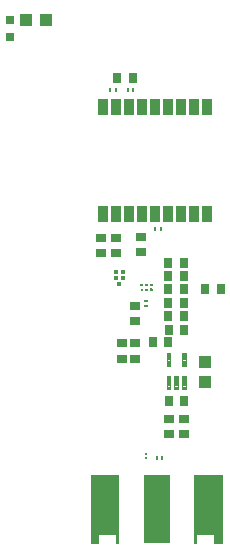
<source format=gbr>
G04 EAGLE Gerber RS-274X export*
G75*
%MOMM*%
%FSLAX34Y34*%
%LPD*%
%INSolderpaste Top*%
%IPPOS*%
%AMOC8*
5,1,8,0,0,1.08239X$1,22.5*%
G01*
%ADD10R,0.800000X0.800000*%
%ADD11R,1.000000X1.100000*%
%ADD12R,0.850000X1.450000*%
%ADD13R,0.230000X0.220000*%
%ADD14R,0.900000X0.700000*%
%ADD15R,0.290000X0.300000*%
%ADD16R,0.300000X0.290000*%
%ADD17C,0.125000*%
%ADD18C,0.250000*%
%ADD19R,0.700000X0.900000*%
%ADD20R,0.375000X0.300000*%
%ADD21C,0.100000*%
%ADD22R,0.250000X0.350000*%
%ADD23R,1.100000X1.000000*%
%ADD24R,2.290000X5.840000*%

G36*
X-47371Y-443598D02*
X-47371Y-443598D01*
X-47371Y-443597D01*
X-47371Y-436502D01*
X-32781Y-436502D01*
X-32781Y-443597D01*
X-32777Y-443602D01*
X-32776Y-443602D01*
X-30226Y-443602D01*
X-30221Y-443598D01*
X-30221Y-443597D01*
X-30221Y-385197D01*
X-30225Y-385192D01*
X-30226Y-385192D01*
X-54376Y-385192D01*
X-54381Y-385196D01*
X-54381Y-385197D01*
X-54381Y-443597D01*
X-54377Y-443602D01*
X-54376Y-443602D01*
X-47376Y-443602D01*
X-47371Y-443598D01*
G37*
G36*
X35829Y-443598D02*
X35829Y-443598D01*
X35829Y-443597D01*
X35829Y-436502D01*
X50419Y-436502D01*
X50419Y-443597D01*
X50423Y-443602D01*
X50424Y-443602D01*
X57424Y-443602D01*
X57429Y-443598D01*
X57429Y-443597D01*
X57429Y-385197D01*
X57425Y-385192D01*
X57424Y-385192D01*
X33274Y-385192D01*
X33269Y-385196D01*
X33269Y-385197D01*
X33269Y-443597D01*
X33273Y-443602D01*
X33274Y-443602D01*
X35824Y-443602D01*
X35829Y-443598D01*
G37*
D10*
X-122492Y116D03*
X-122492Y-14884D03*
D11*
X-109099Y202D03*
X-92099Y202D03*
D12*
X44127Y-74126D03*
X33127Y-74126D03*
X22127Y-74126D03*
X11127Y-74126D03*
X127Y-74126D03*
X-10873Y-74126D03*
X-21873Y-74126D03*
X-32873Y-74126D03*
X-43873Y-74126D03*
X-43873Y-164126D03*
X-32873Y-164126D03*
X-21873Y-164126D03*
X-10873Y-164126D03*
X127Y-164126D03*
X11127Y-164126D03*
X22127Y-164126D03*
X33127Y-164126D03*
X44127Y-164126D03*
D13*
X-7239Y-367212D03*
X-7239Y-370912D03*
D14*
X24511Y-338051D03*
X24511Y-351051D03*
D15*
X5903Y-370713D03*
X1463Y-370713D03*
D14*
X-17018Y-287043D03*
X-17018Y-274043D03*
X-17145Y-242420D03*
X-17145Y-255420D03*
D16*
X-7366Y-242504D03*
X-7366Y-238064D03*
D17*
X-3991Y-224187D02*
X-3989Y-224137D01*
X-3983Y-224088D01*
X-3973Y-224039D01*
X-3960Y-223992D01*
X-3942Y-223945D01*
X-3921Y-223900D01*
X-3897Y-223857D01*
X-3869Y-223816D01*
X-3838Y-223777D01*
X-3804Y-223741D01*
X-3767Y-223707D01*
X-3727Y-223677D01*
X-3686Y-223650D01*
X-3642Y-223626D01*
X-3597Y-223606D01*
X-3550Y-223590D01*
X-3502Y-223577D01*
X-3453Y-223568D01*
X-3403Y-223563D01*
X-3354Y-223562D01*
X-3304Y-223565D01*
X-3255Y-223572D01*
X-3206Y-223583D01*
X-3159Y-223597D01*
X-3113Y-223616D01*
X-3068Y-223638D01*
X-3025Y-223663D01*
X-2985Y-223692D01*
X-2947Y-223724D01*
X-2911Y-223758D01*
X-2878Y-223796D01*
X-2849Y-223836D01*
X-2823Y-223878D01*
X-2800Y-223922D01*
X-2781Y-223968D01*
X-2765Y-224015D01*
X-2753Y-224064D01*
X-2745Y-224113D01*
X-2741Y-224162D01*
X-2741Y-224212D01*
X-2745Y-224261D01*
X-2753Y-224310D01*
X-2765Y-224359D01*
X-2781Y-224406D01*
X-2800Y-224452D01*
X-2823Y-224496D01*
X-2849Y-224538D01*
X-2878Y-224578D01*
X-2911Y-224616D01*
X-2947Y-224650D01*
X-2985Y-224682D01*
X-3025Y-224711D01*
X-3068Y-224736D01*
X-3113Y-224758D01*
X-3159Y-224777D01*
X-3206Y-224791D01*
X-3255Y-224802D01*
X-3304Y-224809D01*
X-3354Y-224812D01*
X-3403Y-224811D01*
X-3453Y-224806D01*
X-3502Y-224797D01*
X-3550Y-224784D01*
X-3597Y-224768D01*
X-3642Y-224748D01*
X-3686Y-224724D01*
X-3727Y-224697D01*
X-3767Y-224667D01*
X-3804Y-224633D01*
X-3838Y-224597D01*
X-3869Y-224558D01*
X-3897Y-224517D01*
X-3921Y-224474D01*
X-3942Y-224429D01*
X-3960Y-224382D01*
X-3973Y-224335D01*
X-3983Y-224286D01*
X-3989Y-224237D01*
X-3991Y-224187D01*
X-7991Y-224187D02*
X-7989Y-224137D01*
X-7983Y-224088D01*
X-7973Y-224039D01*
X-7960Y-223992D01*
X-7942Y-223945D01*
X-7921Y-223900D01*
X-7897Y-223857D01*
X-7869Y-223816D01*
X-7838Y-223777D01*
X-7804Y-223741D01*
X-7767Y-223707D01*
X-7727Y-223677D01*
X-7686Y-223650D01*
X-7642Y-223626D01*
X-7597Y-223606D01*
X-7550Y-223590D01*
X-7502Y-223577D01*
X-7453Y-223568D01*
X-7403Y-223563D01*
X-7354Y-223562D01*
X-7304Y-223565D01*
X-7255Y-223572D01*
X-7206Y-223583D01*
X-7159Y-223597D01*
X-7113Y-223616D01*
X-7068Y-223638D01*
X-7025Y-223663D01*
X-6985Y-223692D01*
X-6947Y-223724D01*
X-6911Y-223758D01*
X-6878Y-223796D01*
X-6849Y-223836D01*
X-6823Y-223878D01*
X-6800Y-223922D01*
X-6781Y-223968D01*
X-6765Y-224015D01*
X-6753Y-224064D01*
X-6745Y-224113D01*
X-6741Y-224162D01*
X-6741Y-224212D01*
X-6745Y-224261D01*
X-6753Y-224310D01*
X-6765Y-224359D01*
X-6781Y-224406D01*
X-6800Y-224452D01*
X-6823Y-224496D01*
X-6849Y-224538D01*
X-6878Y-224578D01*
X-6911Y-224616D01*
X-6947Y-224650D01*
X-6985Y-224682D01*
X-7025Y-224711D01*
X-7068Y-224736D01*
X-7113Y-224758D01*
X-7159Y-224777D01*
X-7206Y-224791D01*
X-7255Y-224802D01*
X-7304Y-224809D01*
X-7354Y-224812D01*
X-7403Y-224811D01*
X-7453Y-224806D01*
X-7502Y-224797D01*
X-7550Y-224784D01*
X-7597Y-224768D01*
X-7642Y-224748D01*
X-7686Y-224724D01*
X-7727Y-224697D01*
X-7767Y-224667D01*
X-7804Y-224633D01*
X-7838Y-224597D01*
X-7869Y-224558D01*
X-7897Y-224517D01*
X-7921Y-224474D01*
X-7942Y-224429D01*
X-7960Y-224382D01*
X-7973Y-224335D01*
X-7983Y-224286D01*
X-7989Y-224237D01*
X-7991Y-224187D01*
X-7991Y-228187D02*
X-7989Y-228137D01*
X-7983Y-228088D01*
X-7973Y-228039D01*
X-7960Y-227992D01*
X-7942Y-227945D01*
X-7921Y-227900D01*
X-7897Y-227857D01*
X-7869Y-227816D01*
X-7838Y-227777D01*
X-7804Y-227741D01*
X-7767Y-227707D01*
X-7727Y-227677D01*
X-7686Y-227650D01*
X-7642Y-227626D01*
X-7597Y-227606D01*
X-7550Y-227590D01*
X-7502Y-227577D01*
X-7453Y-227568D01*
X-7403Y-227563D01*
X-7354Y-227562D01*
X-7304Y-227565D01*
X-7255Y-227572D01*
X-7206Y-227583D01*
X-7159Y-227597D01*
X-7113Y-227616D01*
X-7068Y-227638D01*
X-7025Y-227663D01*
X-6985Y-227692D01*
X-6947Y-227724D01*
X-6911Y-227758D01*
X-6878Y-227796D01*
X-6849Y-227836D01*
X-6823Y-227878D01*
X-6800Y-227922D01*
X-6781Y-227968D01*
X-6765Y-228015D01*
X-6753Y-228064D01*
X-6745Y-228113D01*
X-6741Y-228162D01*
X-6741Y-228212D01*
X-6745Y-228261D01*
X-6753Y-228310D01*
X-6765Y-228359D01*
X-6781Y-228406D01*
X-6800Y-228452D01*
X-6823Y-228496D01*
X-6849Y-228538D01*
X-6878Y-228578D01*
X-6911Y-228616D01*
X-6947Y-228650D01*
X-6985Y-228682D01*
X-7025Y-228711D01*
X-7068Y-228736D01*
X-7113Y-228758D01*
X-7159Y-228777D01*
X-7206Y-228791D01*
X-7255Y-228802D01*
X-7304Y-228809D01*
X-7354Y-228812D01*
X-7403Y-228811D01*
X-7453Y-228806D01*
X-7502Y-228797D01*
X-7550Y-228784D01*
X-7597Y-228768D01*
X-7642Y-228748D01*
X-7686Y-228724D01*
X-7727Y-228697D01*
X-7767Y-228667D01*
X-7804Y-228633D01*
X-7838Y-228597D01*
X-7869Y-228558D01*
X-7897Y-228517D01*
X-7921Y-228474D01*
X-7942Y-228429D01*
X-7960Y-228382D01*
X-7973Y-228335D01*
X-7983Y-228286D01*
X-7989Y-228237D01*
X-7991Y-228187D01*
D18*
X-11366Y-224187D03*
X-3366Y-228187D03*
X-3366Y-228187D03*
X-11366Y-224187D03*
D17*
X-11991Y-224187D02*
X-11989Y-224137D01*
X-11983Y-224088D01*
X-11973Y-224039D01*
X-11960Y-223992D01*
X-11942Y-223945D01*
X-11921Y-223900D01*
X-11897Y-223857D01*
X-11869Y-223816D01*
X-11838Y-223777D01*
X-11804Y-223741D01*
X-11767Y-223707D01*
X-11727Y-223677D01*
X-11686Y-223650D01*
X-11642Y-223626D01*
X-11597Y-223606D01*
X-11550Y-223590D01*
X-11502Y-223577D01*
X-11453Y-223568D01*
X-11403Y-223563D01*
X-11354Y-223562D01*
X-11304Y-223565D01*
X-11255Y-223572D01*
X-11206Y-223583D01*
X-11159Y-223597D01*
X-11113Y-223616D01*
X-11068Y-223638D01*
X-11025Y-223663D01*
X-10985Y-223692D01*
X-10947Y-223724D01*
X-10911Y-223758D01*
X-10878Y-223796D01*
X-10849Y-223836D01*
X-10823Y-223878D01*
X-10800Y-223922D01*
X-10781Y-223968D01*
X-10765Y-224015D01*
X-10753Y-224064D01*
X-10745Y-224113D01*
X-10741Y-224162D01*
X-10741Y-224212D01*
X-10745Y-224261D01*
X-10753Y-224310D01*
X-10765Y-224359D01*
X-10781Y-224406D01*
X-10800Y-224452D01*
X-10823Y-224496D01*
X-10849Y-224538D01*
X-10878Y-224578D01*
X-10911Y-224616D01*
X-10947Y-224650D01*
X-10985Y-224682D01*
X-11025Y-224711D01*
X-11068Y-224736D01*
X-11113Y-224758D01*
X-11159Y-224777D01*
X-11206Y-224791D01*
X-11255Y-224802D01*
X-11304Y-224809D01*
X-11354Y-224812D01*
X-11403Y-224811D01*
X-11453Y-224806D01*
X-11502Y-224797D01*
X-11550Y-224784D01*
X-11597Y-224768D01*
X-11642Y-224748D01*
X-11686Y-224724D01*
X-11727Y-224697D01*
X-11767Y-224667D01*
X-11804Y-224633D01*
X-11838Y-224597D01*
X-11869Y-224558D01*
X-11897Y-224517D01*
X-11921Y-224474D01*
X-11942Y-224429D01*
X-11960Y-224382D01*
X-11973Y-224335D01*
X-11983Y-224286D01*
X-11989Y-224237D01*
X-11991Y-224187D01*
D18*
X-3366Y-228187D03*
D17*
X-3991Y-228187D02*
X-3989Y-228137D01*
X-3983Y-228088D01*
X-3973Y-228039D01*
X-3960Y-227992D01*
X-3942Y-227945D01*
X-3921Y-227900D01*
X-3897Y-227857D01*
X-3869Y-227816D01*
X-3838Y-227777D01*
X-3804Y-227741D01*
X-3767Y-227707D01*
X-3727Y-227677D01*
X-3686Y-227650D01*
X-3642Y-227626D01*
X-3597Y-227606D01*
X-3550Y-227590D01*
X-3502Y-227577D01*
X-3453Y-227568D01*
X-3403Y-227563D01*
X-3354Y-227562D01*
X-3304Y-227565D01*
X-3255Y-227572D01*
X-3206Y-227583D01*
X-3159Y-227597D01*
X-3113Y-227616D01*
X-3068Y-227638D01*
X-3025Y-227663D01*
X-2985Y-227692D01*
X-2947Y-227724D01*
X-2911Y-227758D01*
X-2878Y-227796D01*
X-2849Y-227836D01*
X-2823Y-227878D01*
X-2800Y-227922D01*
X-2781Y-227968D01*
X-2765Y-228015D01*
X-2753Y-228064D01*
X-2745Y-228113D01*
X-2741Y-228162D01*
X-2741Y-228212D01*
X-2745Y-228261D01*
X-2753Y-228310D01*
X-2765Y-228359D01*
X-2781Y-228406D01*
X-2800Y-228452D01*
X-2823Y-228496D01*
X-2849Y-228538D01*
X-2878Y-228578D01*
X-2911Y-228616D01*
X-2947Y-228650D01*
X-2985Y-228682D01*
X-3025Y-228711D01*
X-3068Y-228736D01*
X-3113Y-228758D01*
X-3159Y-228777D01*
X-3206Y-228791D01*
X-3255Y-228802D01*
X-3304Y-228809D01*
X-3354Y-228812D01*
X-3403Y-228811D01*
X-3453Y-228806D01*
X-3502Y-228797D01*
X-3550Y-228784D01*
X-3597Y-228768D01*
X-3642Y-228748D01*
X-3686Y-228724D01*
X-3727Y-228697D01*
X-3767Y-228667D01*
X-3804Y-228633D01*
X-3838Y-228597D01*
X-3869Y-228558D01*
X-3897Y-228517D01*
X-3921Y-228474D01*
X-3942Y-228429D01*
X-3960Y-228382D01*
X-3973Y-228335D01*
X-3983Y-228286D01*
X-3989Y-228237D01*
X-3991Y-228187D01*
X-11991Y-228187D02*
X-11989Y-228137D01*
X-11983Y-228088D01*
X-11973Y-228039D01*
X-11960Y-227992D01*
X-11942Y-227945D01*
X-11921Y-227900D01*
X-11897Y-227857D01*
X-11869Y-227816D01*
X-11838Y-227777D01*
X-11804Y-227741D01*
X-11767Y-227707D01*
X-11727Y-227677D01*
X-11686Y-227650D01*
X-11642Y-227626D01*
X-11597Y-227606D01*
X-11550Y-227590D01*
X-11502Y-227577D01*
X-11453Y-227568D01*
X-11403Y-227563D01*
X-11354Y-227562D01*
X-11304Y-227565D01*
X-11255Y-227572D01*
X-11206Y-227583D01*
X-11159Y-227597D01*
X-11113Y-227616D01*
X-11068Y-227638D01*
X-11025Y-227663D01*
X-10985Y-227692D01*
X-10947Y-227724D01*
X-10911Y-227758D01*
X-10878Y-227796D01*
X-10849Y-227836D01*
X-10823Y-227878D01*
X-10800Y-227922D01*
X-10781Y-227968D01*
X-10765Y-228015D01*
X-10753Y-228064D01*
X-10745Y-228113D01*
X-10741Y-228162D01*
X-10741Y-228212D01*
X-10745Y-228261D01*
X-10753Y-228310D01*
X-10765Y-228359D01*
X-10781Y-228406D01*
X-10800Y-228452D01*
X-10823Y-228496D01*
X-10849Y-228538D01*
X-10878Y-228578D01*
X-10911Y-228616D01*
X-10947Y-228650D01*
X-10985Y-228682D01*
X-11025Y-228711D01*
X-11068Y-228736D01*
X-11113Y-228758D01*
X-11159Y-228777D01*
X-11206Y-228791D01*
X-11255Y-228802D01*
X-11304Y-228809D01*
X-11354Y-228812D01*
X-11403Y-228811D01*
X-11453Y-228806D01*
X-11502Y-228797D01*
X-11550Y-228784D01*
X-11597Y-228768D01*
X-11642Y-228748D01*
X-11686Y-228724D01*
X-11727Y-228697D01*
X-11767Y-228667D01*
X-11804Y-228633D01*
X-11838Y-228597D01*
X-11869Y-228558D01*
X-11897Y-228517D01*
X-11921Y-228474D01*
X-11942Y-228429D01*
X-11960Y-228382D01*
X-11973Y-228335D01*
X-11983Y-228286D01*
X-11989Y-228237D01*
X-11991Y-228187D01*
D19*
X11407Y-227965D03*
X24407Y-227965D03*
D14*
X-11430Y-183746D03*
X-11430Y-196746D03*
D20*
X-29972Y-223948D03*
X-27097Y-218948D03*
X-32847Y-218948D03*
X-27097Y-213948D03*
X-32847Y-213948D03*
D14*
X-32893Y-197381D03*
X-32893Y-184381D03*
X-45593Y-197381D03*
X-45593Y-184381D03*
D19*
X11407Y-239649D03*
X24407Y-239649D03*
X11407Y-205740D03*
X24407Y-205740D03*
X11407Y-216662D03*
X24407Y-216662D03*
D21*
X13034Y-301584D02*
X13034Y-312484D01*
X10034Y-312484D01*
X10034Y-301584D01*
X13034Y-301584D01*
X13034Y-311534D02*
X10034Y-311534D01*
X10034Y-310584D02*
X13034Y-310584D01*
X13034Y-309634D02*
X10034Y-309634D01*
X10034Y-308684D02*
X13034Y-308684D01*
X13034Y-307734D02*
X10034Y-307734D01*
X10034Y-306784D02*
X13034Y-306784D01*
X13034Y-305834D02*
X10034Y-305834D01*
X10034Y-304884D02*
X13034Y-304884D01*
X13034Y-303934D02*
X10034Y-303934D01*
X10034Y-302984D02*
X13034Y-302984D01*
X13034Y-302034D02*
X10034Y-302034D01*
X19534Y-301584D02*
X19534Y-312484D01*
X16534Y-312484D01*
X16534Y-301584D01*
X19534Y-301584D01*
X19534Y-311534D02*
X16534Y-311534D01*
X16534Y-310584D02*
X19534Y-310584D01*
X19534Y-309634D02*
X16534Y-309634D01*
X16534Y-308684D02*
X19534Y-308684D01*
X19534Y-307734D02*
X16534Y-307734D01*
X16534Y-306784D02*
X19534Y-306784D01*
X19534Y-305834D02*
X16534Y-305834D01*
X16534Y-304884D02*
X19534Y-304884D01*
X19534Y-303934D02*
X16534Y-303934D01*
X16534Y-302984D02*
X19534Y-302984D01*
X19534Y-302034D02*
X16534Y-302034D01*
X26034Y-301584D02*
X26034Y-312484D01*
X23034Y-312484D01*
X23034Y-301584D01*
X26034Y-301584D01*
X26034Y-311534D02*
X23034Y-311534D01*
X23034Y-310584D02*
X26034Y-310584D01*
X26034Y-309634D02*
X23034Y-309634D01*
X23034Y-308684D02*
X26034Y-308684D01*
X26034Y-307734D02*
X23034Y-307734D01*
X23034Y-306784D02*
X26034Y-306784D01*
X26034Y-305834D02*
X23034Y-305834D01*
X23034Y-304884D02*
X26034Y-304884D01*
X26034Y-303934D02*
X23034Y-303934D01*
X23034Y-302984D02*
X26034Y-302984D01*
X26034Y-302034D02*
X23034Y-302034D01*
X26034Y-293284D02*
X26034Y-282384D01*
X26034Y-293284D02*
X23034Y-293284D01*
X23034Y-282384D01*
X26034Y-282384D01*
X26034Y-292334D02*
X23034Y-292334D01*
X23034Y-291384D02*
X26034Y-291384D01*
X26034Y-290434D02*
X23034Y-290434D01*
X23034Y-289484D02*
X26034Y-289484D01*
X26034Y-288534D02*
X23034Y-288534D01*
X23034Y-287584D02*
X26034Y-287584D01*
X26034Y-286634D02*
X23034Y-286634D01*
X23034Y-285684D02*
X26034Y-285684D01*
X26034Y-284734D02*
X23034Y-284734D01*
X23034Y-283784D02*
X26034Y-283784D01*
X26034Y-282834D02*
X23034Y-282834D01*
X13034Y-282384D02*
X13034Y-293284D01*
X10034Y-293284D01*
X10034Y-282384D01*
X13034Y-282384D01*
X13034Y-292334D02*
X10034Y-292334D01*
X10034Y-291384D02*
X13034Y-291384D01*
X13034Y-290434D02*
X10034Y-290434D01*
X10034Y-289484D02*
X13034Y-289484D01*
X13034Y-288534D02*
X10034Y-288534D01*
X10034Y-287584D02*
X13034Y-287584D01*
X13034Y-286634D02*
X10034Y-286634D01*
X10034Y-285684D02*
X13034Y-285684D01*
X13034Y-284734D02*
X10034Y-284734D01*
X10034Y-283784D02*
X13034Y-283784D01*
X13034Y-282834D02*
X10034Y-282834D01*
D14*
X11557Y-338051D03*
X11557Y-351051D03*
D19*
X11534Y-322580D03*
X24534Y-322580D03*
X55776Y-227965D03*
X42776Y-227965D03*
X11534Y-262255D03*
X24534Y-262255D03*
X11453Y-273050D03*
X-1547Y-273050D03*
X24407Y-251206D03*
X11407Y-251206D03*
D22*
X5127Y-177321D03*
X127Y-177321D03*
X-37893Y-59280D03*
X-32893Y-59280D03*
D15*
X-23175Y-59309D03*
X-18735Y-59309D03*
D19*
X-31796Y-49400D03*
X-18796Y-49400D03*
D14*
X-28194Y-274043D03*
X-28194Y-287043D03*
D23*
X42167Y-290086D03*
X42167Y-307086D03*
D24*
X1524Y-414397D03*
M02*

</source>
